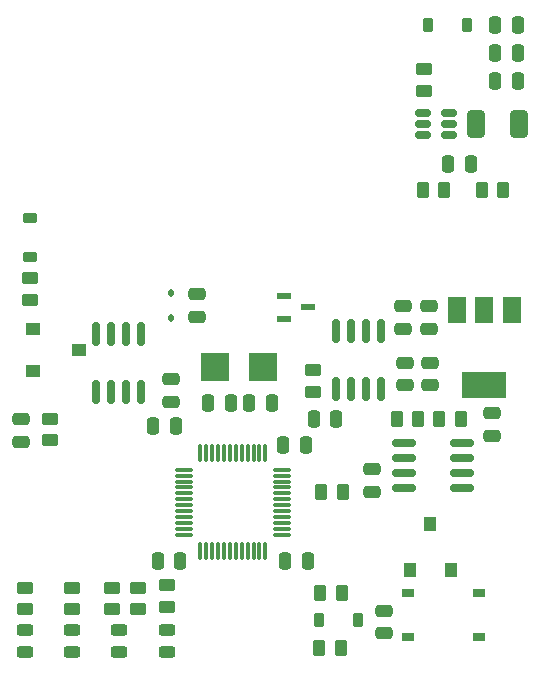
<source format=gtp>
G04 #@! TF.GenerationSoftware,KiCad,Pcbnew,9.0.3*
G04 #@! TF.CreationDate,2025-08-22T23:16:02-04:00*
G04 #@! TF.ProjectId,LINBoard-HW,4c494e42-6f61-4726-942d-48572e6b6963,rev?*
G04 #@! TF.SameCoordinates,Original*
G04 #@! TF.FileFunction,Paste,Top*
G04 #@! TF.FilePolarity,Positive*
%FSLAX46Y46*%
G04 Gerber Fmt 4.6, Leading zero omitted, Abs format (unit mm)*
G04 Created by KiCad (PCBNEW 9.0.3) date 2025-08-22 23:16:02*
%MOMM*%
%LPD*%
G01*
G04 APERTURE LIST*
G04 Aperture macros list*
%AMRoundRect*
0 Rectangle with rounded corners*
0 $1 Rounding radius*
0 $2 $3 $4 $5 $6 $7 $8 $9 X,Y pos of 4 corners*
0 Add a 4 corners polygon primitive as box body*
4,1,4,$2,$3,$4,$5,$6,$7,$8,$9,$2,$3,0*
0 Add four circle primitives for the rounded corners*
1,1,$1+$1,$2,$3*
1,1,$1+$1,$4,$5*
1,1,$1+$1,$6,$7*
1,1,$1+$1,$8,$9*
0 Add four rect primitives between the rounded corners*
20,1,$1+$1,$2,$3,$4,$5,0*
20,1,$1+$1,$4,$5,$6,$7,0*
20,1,$1+$1,$6,$7,$8,$9,0*
20,1,$1+$1,$8,$9,$2,$3,0*%
G04 Aperture macros list end*
%ADD10RoundRect,0.250000X-0.450000X0.262500X-0.450000X-0.262500X0.450000X-0.262500X0.450000X0.262500X0*%
%ADD11RoundRect,0.250000X-0.250000X-0.475000X0.250000X-0.475000X0.250000X0.475000X-0.250000X0.475000X0*%
%ADD12R,1.300000X1.000000*%
%ADD13RoundRect,0.250000X-0.262500X-0.450000X0.262500X-0.450000X0.262500X0.450000X-0.262500X0.450000X0*%
%ADD14RoundRect,0.150000X0.150000X-0.825000X0.150000X0.825000X-0.150000X0.825000X-0.150000X-0.825000X0*%
%ADD15RoundRect,0.250000X-0.475000X0.250000X-0.475000X-0.250000X0.475000X-0.250000X0.475000X0.250000X0*%
%ADD16RoundRect,0.243750X0.456250X-0.243750X0.456250X0.243750X-0.456250X0.243750X-0.456250X-0.243750X0*%
%ADD17RoundRect,0.250000X0.262500X0.450000X-0.262500X0.450000X-0.262500X-0.450000X0.262500X-0.450000X0*%
%ADD18RoundRect,0.375000X0.375000X-0.825000X0.375000X0.825000X-0.375000X0.825000X-0.375000X-0.825000X0*%
%ADD19RoundRect,0.150000X0.512500X0.150000X-0.512500X0.150000X-0.512500X-0.150000X0.512500X-0.150000X0*%
%ADD20RoundRect,0.225000X0.225000X0.375000X-0.225000X0.375000X-0.225000X-0.375000X0.225000X-0.375000X0*%
%ADD21RoundRect,0.250000X0.475000X-0.250000X0.475000X0.250000X-0.475000X0.250000X-0.475000X-0.250000X0*%
%ADD22R,2.400000X2.400000*%
%ADD23RoundRect,0.150000X0.825000X0.150000X-0.825000X0.150000X-0.825000X-0.150000X0.825000X-0.150000X0*%
%ADD24R,1.000000X0.750000*%
%ADD25RoundRect,0.225000X0.375000X-0.225000X0.375000X0.225000X-0.375000X0.225000X-0.375000X-0.225000X0*%
%ADD26RoundRect,0.112500X-0.112500X0.187500X-0.112500X-0.187500X0.112500X-0.187500X0.112500X0.187500X0*%
%ADD27RoundRect,0.250000X0.250000X0.475000X-0.250000X0.475000X-0.250000X-0.475000X0.250000X-0.475000X0*%
%ADD28R,1.300000X0.600000*%
%ADD29R,1.500000X2.200000*%
%ADD30R,3.800000X2.200000*%
%ADD31RoundRect,0.075000X-0.075000X0.662500X-0.075000X-0.662500X0.075000X-0.662500X0.075000X0.662500X0*%
%ADD32RoundRect,0.075000X-0.662500X0.075000X-0.662500X-0.075000X0.662500X-0.075000X0.662500X0.075000X0*%
%ADD33R,1.000000X1.300000*%
G04 APERTURE END LIST*
D10*
X-15500724Y-27757749D03*
X-15500724Y-29582749D03*
X-10200000Y-42087500D03*
X-10200000Y-43912500D03*
D11*
X6850000Y-27800000D03*
X8750000Y-27800000D03*
D12*
X-16950000Y-20200000D03*
X-13050000Y-21950000D03*
X-16950000Y-23700000D03*
D10*
X-13600000Y-42087500D03*
X-13600000Y-43912500D03*
D11*
X4250000Y-30000000D03*
X6150000Y-30000000D03*
D13*
X21087500Y-8400000D03*
X22912500Y-8400000D03*
D14*
X8695000Y-25275000D03*
X9965000Y-25275000D03*
X11235000Y-25275000D03*
X12505000Y-25275000D03*
X12505000Y-20325000D03*
X11235000Y-20325000D03*
X9965000Y-20325000D03*
X8695000Y-20325000D03*
D15*
X14600000Y-23050000D03*
X14600000Y-24950000D03*
D16*
X-5600000Y-47537500D03*
X-5600000Y-45662500D03*
X-9600000Y-47537500D03*
X-9600000Y-45662500D03*
D15*
X14400000Y-18250000D03*
X14400000Y-20150000D03*
D17*
X15712500Y-27800000D03*
X13887500Y-27800000D03*
D18*
X20550000Y-2800000D03*
X24250000Y-2800000D03*
D14*
X-11600000Y-25550000D03*
X-10330000Y-25550000D03*
X-9060000Y-25550000D03*
X-7790000Y-25550000D03*
X-7790000Y-20600000D03*
X-9060000Y-20600000D03*
X-10330000Y-20600000D03*
X-11600000Y-20600000D03*
D13*
X7287500Y-47200000D03*
X9112500Y-47200000D03*
D19*
X18337500Y-3750000D03*
X18337500Y-2800000D03*
X18337500Y-1850000D03*
X16062500Y-1850000D03*
X16062500Y-2800000D03*
X16062500Y-3750000D03*
D20*
X10600000Y-44800000D03*
X7300000Y-44800000D03*
D21*
X-5200000Y-26350000D03*
X-5200000Y-24450000D03*
D15*
X16600000Y-18250000D03*
X16600000Y-20150000D03*
D22*
X2570000Y-23400000D03*
X-1530000Y-23400000D03*
D11*
X18250000Y-6200000D03*
X20150000Y-6200000D03*
X22200000Y5600000D03*
X24100000Y5600000D03*
D15*
X-17900724Y-27832749D03*
X-17900724Y-29732749D03*
D17*
X9212500Y-42500000D03*
X7387500Y-42500000D03*
D10*
X-17200000Y-15887500D03*
X-17200000Y-17712500D03*
X6800000Y-23687500D03*
X6800000Y-25512500D03*
D20*
X19850000Y5600000D03*
X16550000Y5600000D03*
D15*
X-3000000Y-17250000D03*
X-3000000Y-19150000D03*
D23*
X19400000Y-33610000D03*
X19400000Y-32340000D03*
X19400000Y-31070000D03*
X19400000Y-29800000D03*
X14450000Y-29800000D03*
X14450000Y-31070000D03*
X14450000Y-32340000D03*
X14450000Y-33610000D03*
D11*
X22200000Y3200000D03*
X24100000Y3200000D03*
D24*
X20800000Y-46250000D03*
X14800000Y-46250000D03*
X20800000Y-42550000D03*
X14800000Y-42550000D03*
D25*
X-17200000Y-14050000D03*
X-17200000Y-10750000D03*
D16*
X-13600000Y-47537500D03*
X-13600000Y-45662500D03*
X-17600000Y-47537500D03*
X-17600000Y-45662500D03*
D13*
X16087500Y-8400000D03*
X17912500Y-8400000D03*
D26*
X-5200000Y-17150000D03*
X-5200000Y-19250000D03*
D11*
X4450000Y-39800000D03*
X6350000Y-39800000D03*
D27*
X-4450000Y-39800000D03*
X-6350000Y-39800000D03*
D28*
X4300000Y-17400000D03*
X4300000Y-19300000D03*
X6400000Y-18350000D03*
D11*
X22200000Y800000D03*
X24100000Y800000D03*
D15*
X21900000Y-27300000D03*
X21900000Y-29200000D03*
X16700000Y-23050000D03*
X16700000Y-24950000D03*
D13*
X17487500Y-27800000D03*
X19312500Y-27800000D03*
D27*
X-4850000Y-28400000D03*
X-6750000Y-28400000D03*
D15*
X12800000Y-44050000D03*
X12800000Y-45950000D03*
D10*
X16200000Y1825000D03*
X16200000Y0D03*
D11*
X-2100000Y-26400000D03*
X-200000Y-26400000D03*
D21*
X11800000Y-33950000D03*
X11800000Y-32050000D03*
D10*
X-5600000Y-41887500D03*
X-5600000Y-43712500D03*
X-17600000Y-42087500D03*
X-17600000Y-43912500D03*
D29*
X23600000Y-18600000D03*
X21300000Y-18600000D03*
X19000000Y-18600000D03*
D30*
X21300000Y-24900000D03*
D31*
X2750000Y-30675000D03*
X2250000Y-30675000D03*
X1750000Y-30675000D03*
X1250000Y-30675000D03*
X750000Y-30675000D03*
X250000Y-30675000D03*
X-250000Y-30675000D03*
X-750000Y-30675000D03*
X-1250000Y-30675000D03*
X-1750000Y-30675000D03*
X-2250000Y-30675000D03*
X-2750000Y-30675000D03*
D32*
X-4162500Y-32087500D03*
X-4162500Y-32587500D03*
X-4162500Y-33087500D03*
X-4162500Y-33587500D03*
X-4162500Y-34087500D03*
X-4162500Y-34587500D03*
X-4162500Y-35087500D03*
X-4162500Y-35587500D03*
X-4162500Y-36087500D03*
X-4162500Y-36587500D03*
X-4162500Y-37087500D03*
X-4162500Y-37587500D03*
D31*
X-2750000Y-39000000D03*
X-2250000Y-39000000D03*
X-1750000Y-39000000D03*
X-1250000Y-39000000D03*
X-750000Y-39000000D03*
X-250000Y-39000000D03*
X250000Y-39000000D03*
X750000Y-39000000D03*
X1250000Y-39000000D03*
X1750000Y-39000000D03*
X2250000Y-39000000D03*
X2750000Y-39000000D03*
D32*
X4162500Y-37587500D03*
X4162500Y-37087500D03*
X4162500Y-36587500D03*
X4162500Y-36087500D03*
X4162500Y-35587500D03*
X4162500Y-35087500D03*
X4162500Y-34587500D03*
X4162500Y-34087500D03*
X4162500Y-33587500D03*
X4162500Y-33087500D03*
X4162500Y-32587500D03*
X4162500Y-32087500D03*
D11*
X1400000Y-26400000D03*
X3300000Y-26400000D03*
D13*
X7487500Y-34000000D03*
X9312500Y-34000000D03*
D10*
X-8000000Y-42087500D03*
X-8000000Y-43912500D03*
D33*
X14975000Y-40550000D03*
X16725000Y-36650000D03*
X18475000Y-40550000D03*
M02*

</source>
